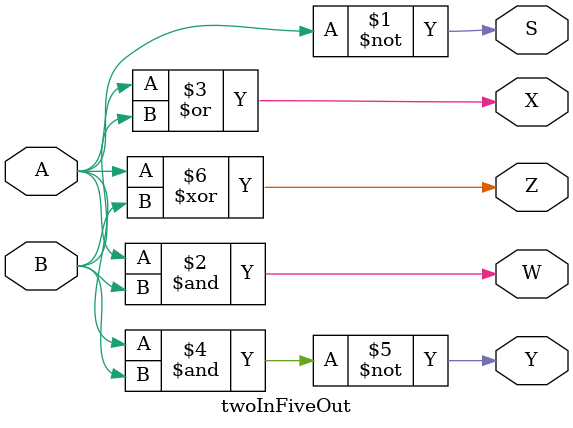
<source format=v>
`timescale 1ns / 1ps
module twoInFiveOut(A, B, S, W, X, Y, Z);
    input A;
    input B;
    output S;
    output W;
    output X;
    output Y;
    output Z;
	 	 
	 assign S = ~A;
	 assign W = A & B;
	 assign X = A | B;
	 assign Y = ~(A & B);
	 assign Z = A ^ B;

endmodule

</source>
